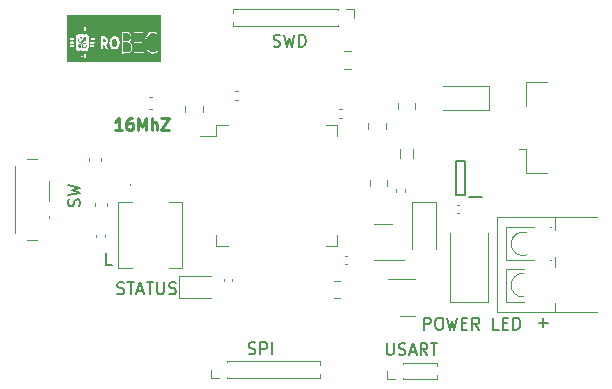
<source format=gbr>
%TF.GenerationSoftware,KiCad,Pcbnew,(6.0.0)*%
%TF.CreationDate,2022-11-12T11:45:22+03:00*%
%TF.ProjectId,RoBEC,526f4245-432e-46b6-9963-61645f706362,rev?*%
%TF.SameCoordinates,Original*%
%TF.FileFunction,Legend,Top*%
%TF.FilePolarity,Positive*%
%FSLAX46Y46*%
G04 Gerber Fmt 4.6, Leading zero omitted, Abs format (unit mm)*
G04 Created by KiCad (PCBNEW (6.0.0)) date 2022-11-12 11:45:22*
%MOMM*%
%LPD*%
G01*
G04 APERTURE LIST*
%ADD10C,0.150000*%
%ADD11C,0.250000*%
%ADD12C,0.120000*%
%ADD13C,0.200000*%
%ADD14C,0.100000*%
G04 APERTURE END LIST*
D10*
X175139047Y-112041428D02*
X175900952Y-112041428D01*
X175520000Y-112422380D02*
X175520000Y-111660476D01*
%TO.C,USART*%
X162291071Y-113757380D02*
X162291071Y-114566904D01*
X162338690Y-114662142D01*
X162386309Y-114709761D01*
X162481547Y-114757380D01*
X162672023Y-114757380D01*
X162767261Y-114709761D01*
X162814880Y-114662142D01*
X162862500Y-114566904D01*
X162862500Y-113757380D01*
X163291071Y-114709761D02*
X163433928Y-114757380D01*
X163672023Y-114757380D01*
X163767261Y-114709761D01*
X163814880Y-114662142D01*
X163862500Y-114566904D01*
X163862500Y-114471666D01*
X163814880Y-114376428D01*
X163767261Y-114328809D01*
X163672023Y-114281190D01*
X163481547Y-114233571D01*
X163386309Y-114185952D01*
X163338690Y-114138333D01*
X163291071Y-114043095D01*
X163291071Y-113947857D01*
X163338690Y-113852619D01*
X163386309Y-113805000D01*
X163481547Y-113757380D01*
X163719642Y-113757380D01*
X163862500Y-113805000D01*
X164243452Y-114471666D02*
X164719642Y-114471666D01*
X164148214Y-114757380D02*
X164481547Y-113757380D01*
X164814880Y-114757380D01*
X165719642Y-114757380D02*
X165386309Y-114281190D01*
X165148214Y-114757380D02*
X165148214Y-113757380D01*
X165529166Y-113757380D01*
X165624404Y-113805000D01*
X165672023Y-113852619D01*
X165719642Y-113947857D01*
X165719642Y-114090714D01*
X165672023Y-114185952D01*
X165624404Y-114233571D01*
X165529166Y-114281190D01*
X165148214Y-114281190D01*
X166005357Y-113757380D02*
X166576785Y-113757380D01*
X166291071Y-114757380D02*
X166291071Y-113757380D01*
%TO.C,POWER LED*%
X165442380Y-112612380D02*
X165442380Y-111612380D01*
X165823333Y-111612380D01*
X165918571Y-111660000D01*
X165966190Y-111707619D01*
X166013809Y-111802857D01*
X166013809Y-111945714D01*
X165966190Y-112040952D01*
X165918571Y-112088571D01*
X165823333Y-112136190D01*
X165442380Y-112136190D01*
X166632857Y-111612380D02*
X166823333Y-111612380D01*
X166918571Y-111660000D01*
X167013809Y-111755238D01*
X167061428Y-111945714D01*
X167061428Y-112279047D01*
X167013809Y-112469523D01*
X166918571Y-112564761D01*
X166823333Y-112612380D01*
X166632857Y-112612380D01*
X166537619Y-112564761D01*
X166442380Y-112469523D01*
X166394761Y-112279047D01*
X166394761Y-111945714D01*
X166442380Y-111755238D01*
X166537619Y-111660000D01*
X166632857Y-111612380D01*
X167394761Y-111612380D02*
X167632857Y-112612380D01*
X167823333Y-111898095D01*
X168013809Y-112612380D01*
X168251904Y-111612380D01*
X168632857Y-112088571D02*
X168966190Y-112088571D01*
X169109047Y-112612380D02*
X168632857Y-112612380D01*
X168632857Y-111612380D01*
X169109047Y-111612380D01*
X170109047Y-112612380D02*
X169775714Y-112136190D01*
X169537619Y-112612380D02*
X169537619Y-111612380D01*
X169918571Y-111612380D01*
X170013809Y-111660000D01*
X170061428Y-111707619D01*
X170109047Y-111802857D01*
X170109047Y-111945714D01*
X170061428Y-112040952D01*
X170013809Y-112088571D01*
X169918571Y-112136190D01*
X169537619Y-112136190D01*
X171775714Y-112612380D02*
X171299523Y-112612380D01*
X171299523Y-111612380D01*
X172109047Y-112088571D02*
X172442380Y-112088571D01*
X172585238Y-112612380D02*
X172109047Y-112612380D01*
X172109047Y-111612380D01*
X172585238Y-111612380D01*
X173013809Y-112612380D02*
X173013809Y-111612380D01*
X173251904Y-111612380D01*
X173394761Y-111660000D01*
X173490000Y-111755238D01*
X173537619Y-111850476D01*
X173585238Y-112040952D01*
X173585238Y-112183809D01*
X173537619Y-112374285D01*
X173490000Y-112469523D01*
X173394761Y-112564761D01*
X173251904Y-112612380D01*
X173013809Y-112612380D01*
%TO.C,SWD*%
X152705357Y-88609761D02*
X152848214Y-88657380D01*
X153086309Y-88657380D01*
X153181547Y-88609761D01*
X153229166Y-88562142D01*
X153276785Y-88466904D01*
X153276785Y-88371666D01*
X153229166Y-88276428D01*
X153181547Y-88228809D01*
X153086309Y-88181190D01*
X152895833Y-88133571D01*
X152800595Y-88085952D01*
X152752976Y-88038333D01*
X152705357Y-87943095D01*
X152705357Y-87847857D01*
X152752976Y-87752619D01*
X152800595Y-87705000D01*
X152895833Y-87657380D01*
X153133928Y-87657380D01*
X153276785Y-87705000D01*
X153610119Y-87657380D02*
X153848214Y-88657380D01*
X154038690Y-87943095D01*
X154229166Y-88657380D01*
X154467261Y-87657380D01*
X154848214Y-88657380D02*
X154848214Y-87657380D01*
X155086309Y-87657380D01*
X155229166Y-87705000D01*
X155324404Y-87800238D01*
X155372023Y-87895476D01*
X155419642Y-88085952D01*
X155419642Y-88228809D01*
X155372023Y-88419285D01*
X155324404Y-88514523D01*
X155229166Y-88609761D01*
X155086309Y-88657380D01*
X154848214Y-88657380D01*
%TO.C,SW*%
X136267261Y-102162142D02*
X136314880Y-102019285D01*
X136314880Y-101781190D01*
X136267261Y-101685952D01*
X136219642Y-101638333D01*
X136124404Y-101590714D01*
X136029166Y-101590714D01*
X135933928Y-101638333D01*
X135886309Y-101685952D01*
X135838690Y-101781190D01*
X135791071Y-101971666D01*
X135743452Y-102066904D01*
X135695833Y-102114523D01*
X135600595Y-102162142D01*
X135505357Y-102162142D01*
X135410119Y-102114523D01*
X135362500Y-102066904D01*
X135314880Y-101971666D01*
X135314880Y-101733571D01*
X135362500Y-101590714D01*
X135314880Y-101257380D02*
X136314880Y-101019285D01*
X135600595Y-100828809D01*
X136314880Y-100638333D01*
X135314880Y-100400238D01*
D11*
%TO.C,16MhZ*%
X139859523Y-95722380D02*
X139288095Y-95722380D01*
X139573809Y-95722380D02*
X139573809Y-94722380D01*
X139478571Y-94865238D01*
X139383333Y-94960476D01*
X139288095Y-95008095D01*
X140716666Y-94722380D02*
X140526190Y-94722380D01*
X140430952Y-94770000D01*
X140383333Y-94817619D01*
X140288095Y-94960476D01*
X140240476Y-95150952D01*
X140240476Y-95531904D01*
X140288095Y-95627142D01*
X140335714Y-95674761D01*
X140430952Y-95722380D01*
X140621428Y-95722380D01*
X140716666Y-95674761D01*
X140764285Y-95627142D01*
X140811904Y-95531904D01*
X140811904Y-95293809D01*
X140764285Y-95198571D01*
X140716666Y-95150952D01*
X140621428Y-95103333D01*
X140430952Y-95103333D01*
X140335714Y-95150952D01*
X140288095Y-95198571D01*
X140240476Y-95293809D01*
X141240476Y-95722380D02*
X141240476Y-94722380D01*
X141573809Y-95436666D01*
X141907142Y-94722380D01*
X141907142Y-95722380D01*
X142383333Y-95722380D02*
X142383333Y-94722380D01*
X142811904Y-95722380D02*
X142811904Y-95198571D01*
X142764285Y-95103333D01*
X142669047Y-95055714D01*
X142526190Y-95055714D01*
X142430952Y-95103333D01*
X142383333Y-95150952D01*
X143192857Y-94722380D02*
X143859523Y-94722380D01*
X143192857Y-95722380D01*
X143859523Y-95722380D01*
D10*
%TO.C,L*%
X139009523Y-107132380D02*
X138533333Y-107132380D01*
X138533333Y-106132380D01*
%TO.C,STATUS*%
X139473809Y-109564761D02*
X139616666Y-109612380D01*
X139854761Y-109612380D01*
X139950000Y-109564761D01*
X139997619Y-109517142D01*
X140045238Y-109421904D01*
X140045238Y-109326666D01*
X139997619Y-109231428D01*
X139950000Y-109183809D01*
X139854761Y-109136190D01*
X139664285Y-109088571D01*
X139569047Y-109040952D01*
X139521428Y-108993333D01*
X139473809Y-108898095D01*
X139473809Y-108802857D01*
X139521428Y-108707619D01*
X139569047Y-108660000D01*
X139664285Y-108612380D01*
X139902380Y-108612380D01*
X140045238Y-108660000D01*
X140330952Y-108612380D02*
X140902380Y-108612380D01*
X140616666Y-109612380D02*
X140616666Y-108612380D01*
X141188095Y-109326666D02*
X141664285Y-109326666D01*
X141092857Y-109612380D02*
X141426190Y-108612380D01*
X141759523Y-109612380D01*
X141950000Y-108612380D02*
X142521428Y-108612380D01*
X142235714Y-109612380D02*
X142235714Y-108612380D01*
X142854761Y-108612380D02*
X142854761Y-109421904D01*
X142902380Y-109517142D01*
X142950000Y-109564761D01*
X143045238Y-109612380D01*
X143235714Y-109612380D01*
X143330952Y-109564761D01*
X143378571Y-109517142D01*
X143426190Y-109421904D01*
X143426190Y-108612380D01*
X143854761Y-109564761D02*
X143997619Y-109612380D01*
X144235714Y-109612380D01*
X144330952Y-109564761D01*
X144378571Y-109517142D01*
X144426190Y-109421904D01*
X144426190Y-109326666D01*
X144378571Y-109231428D01*
X144330952Y-109183809D01*
X144235714Y-109136190D01*
X144045238Y-109088571D01*
X143950000Y-109040952D01*
X143902380Y-108993333D01*
X143854761Y-108898095D01*
X143854761Y-108802857D01*
X143902380Y-108707619D01*
X143950000Y-108660000D01*
X144045238Y-108612380D01*
X144283333Y-108612380D01*
X144426190Y-108660000D01*
%TO.C,SPI*%
X150578690Y-114659761D02*
X150721547Y-114707380D01*
X150959642Y-114707380D01*
X151054880Y-114659761D01*
X151102500Y-114612142D01*
X151150119Y-114516904D01*
X151150119Y-114421666D01*
X151102500Y-114326428D01*
X151054880Y-114278809D01*
X150959642Y-114231190D01*
X150769166Y-114183571D01*
X150673928Y-114135952D01*
X150626309Y-114088333D01*
X150578690Y-113993095D01*
X150578690Y-113897857D01*
X150626309Y-113802619D01*
X150673928Y-113755000D01*
X150769166Y-113707380D01*
X151007261Y-113707380D01*
X151150119Y-113755000D01*
X151578690Y-114707380D02*
X151578690Y-113707380D01*
X151959642Y-113707380D01*
X152054880Y-113755000D01*
X152102500Y-113802619D01*
X152150119Y-113897857D01*
X152150119Y-114040714D01*
X152102500Y-114135952D01*
X152054880Y-114183571D01*
X151959642Y-114231190D01*
X151578690Y-114231190D01*
X152578690Y-114707380D02*
X152578690Y-113707380D01*
D12*
%TO.C,USART*%
X163647500Y-116800000D02*
X163647500Y-116713276D01*
X163647500Y-115496724D02*
X163647500Y-115410000D01*
X166522500Y-116800000D02*
X166522500Y-116499493D01*
X162962500Y-116800000D02*
X162277500Y-116800000D01*
X163647500Y-116800000D02*
X166522500Y-116800000D01*
X163647500Y-115410000D02*
X166522500Y-115410000D01*
X162277500Y-116800000D02*
X162277500Y-116105000D01*
X166522500Y-115710507D02*
X166522500Y-115410000D01*
%TO.C,C9*%
X158470336Y-94665000D02*
X158254664Y-94665000D01*
X158470336Y-93945000D02*
X158254664Y-93945000D01*
%TO.C,Q1*%
X164062500Y-108345000D02*
X164712500Y-108345000D01*
X164062500Y-108345000D02*
X162387500Y-108345000D01*
X164062500Y-111465000D02*
X164712500Y-111465000D01*
X164062500Y-111465000D02*
X163412500Y-111465000D01*
%TO.C,POWER LED*%
X170847500Y-110265000D02*
X170847500Y-104405000D01*
X167677500Y-110265000D02*
X170847500Y-110265000D01*
X167677500Y-104405000D02*
X167677500Y-110265000D01*
%TO.C,C10*%
X158701248Y-89070000D02*
X159223752Y-89070000D01*
X158701248Y-90540000D02*
X159223752Y-90540000D01*
%TO.C,C8*%
X163227500Y-93966252D02*
X163227500Y-93443748D01*
X164697500Y-93966252D02*
X164697500Y-93443748D01*
%TO.C,SWD*%
X158177500Y-85510000D02*
X158177500Y-85596724D01*
X158177500Y-85510000D02*
X149302500Y-85510000D01*
X158177500Y-86813276D02*
X158177500Y-86900000D01*
X158177500Y-86900000D02*
X149302500Y-86900000D01*
X149302500Y-86599493D02*
X149302500Y-86900000D01*
X149302500Y-85510000D02*
X149302500Y-85810507D01*
X158862500Y-85510000D02*
X159547500Y-85510000D01*
X159547500Y-85510000D02*
X159547500Y-86205000D01*
%TO.C,J1*%
X176508500Y-111165000D02*
X176508500Y-110395000D01*
X172407500Y-103955000D02*
X174718500Y-103955000D01*
X176508500Y-104221000D02*
X176508500Y-103045000D01*
X172407500Y-110255000D02*
X172407500Y-107455000D01*
X172407500Y-106755000D02*
X172407500Y-103955000D01*
X176096500Y-106755000D02*
X176157500Y-106755000D01*
X176508500Y-107315000D02*
X176508500Y-106488000D01*
X172407500Y-107455000D02*
X173867500Y-107455000D01*
X171647500Y-103045000D02*
X180067500Y-103045000D01*
X172407500Y-110255000D02*
X173867500Y-110255000D01*
X171647500Y-111165000D02*
X171647500Y-103045000D01*
X171647500Y-111165000D02*
X180067500Y-111165000D01*
X176157500Y-103955000D02*
X176157500Y-103955000D01*
X176157500Y-106755000D02*
X176157500Y-106754000D01*
X176096500Y-103955000D02*
X176157500Y-103955000D01*
X172407500Y-106755000D02*
X174718500Y-106755000D01*
X173876500Y-107857000D02*
G75*
G03*
X173878066Y-109852890I-69000J-998000D01*
G01*
X174149500Y-104415000D02*
G75*
G03*
X174149733Y-106294915I-342000J-940000D01*
G01*
%TO.C,C6*%
X158734664Y-107065000D02*
X158950336Y-107065000D01*
X158734664Y-106345000D02*
X158950336Y-106345000D01*
%TO.C,J2*%
X175812500Y-99365000D02*
X174102500Y-99365000D01*
X175812500Y-91645000D02*
X174102500Y-91645000D01*
X174102500Y-99365000D02*
X174102500Y-97305000D01*
X174102500Y-97305000D02*
X173512500Y-97305000D01*
X174102500Y-91645000D02*
X174102500Y-93705000D01*
%TO.C,C14*%
X163822500Y-100717164D02*
X163822500Y-100932836D01*
X163102500Y-100717164D02*
X163102500Y-100932836D01*
D13*
%TO.C,U2*%
X168882500Y-101255000D02*
X168132500Y-101255000D01*
X170382500Y-101405000D02*
X169232500Y-101405000D01*
X168882500Y-98355000D02*
X168882500Y-101255000D01*
X168132500Y-101255000D02*
X168132500Y-98355000D01*
X168132500Y-98355000D02*
X168882500Y-98355000D01*
D12*
%TO.C,SW*%
X130832500Y-98755000D02*
X130832500Y-104455000D01*
X133682500Y-100005000D02*
X133682500Y-101705000D01*
X133682500Y-103005000D02*
X133682500Y-103205000D01*
X131842500Y-105055000D02*
X132632500Y-105055000D01*
X132632500Y-98155000D02*
X131842500Y-98155000D01*
%TO.C,G\u002A\u002A\u002A*%
G36*
X136718671Y-87846835D02*
G01*
X136754395Y-87856303D01*
X136803530Y-87872616D01*
X136829038Y-87894094D01*
X136841197Y-87934695D01*
X136847336Y-87982544D01*
X136852353Y-88050015D01*
X136844285Y-88095056D01*
X136817848Y-88139539D01*
X136805345Y-88156308D01*
X136769142Y-88199772D01*
X136740174Y-88215484D01*
X136702581Y-88209516D01*
X136683306Y-88203028D01*
X136615001Y-88179035D01*
X136510900Y-88317597D01*
X136460685Y-88385544D01*
X136430850Y-88431886D01*
X136417263Y-88467076D01*
X136415791Y-88501568D01*
X136421810Y-88542973D01*
X136428655Y-88601451D01*
X136420840Y-88644931D01*
X136393668Y-88694295D01*
X136384750Y-88707834D01*
X136351416Y-88754111D01*
X136327168Y-88781132D01*
X136321509Y-88784134D01*
X136299295Y-88777002D01*
X136257374Y-88761307D01*
X136241657Y-88755141D01*
X136194438Y-88729958D01*
X136168319Y-88692017D01*
X136153001Y-88637506D01*
X136142350Y-88578908D01*
X136146287Y-88539164D01*
X136168991Y-88497639D01*
X136186322Y-88473044D01*
X136223013Y-88427317D01*
X136255236Y-88408619D01*
X136299587Y-88409291D01*
X136318174Y-88412198D01*
X136357848Y-88417390D01*
X136387388Y-88412951D01*
X136415614Y-88392948D01*
X136451350Y-88351444D01*
X136495824Y-88292678D01*
X136544381Y-88226658D01*
X136572668Y-88182128D01*
X136584665Y-88148174D01*
X136584348Y-88113883D01*
X136576390Y-88071645D01*
X136566871Y-88015365D01*
X136571338Y-87976678D01*
X136594362Y-87936502D01*
X136615532Y-87908236D01*
X136652438Y-87863442D01*
X136681627Y-87844916D01*
X136718671Y-87846835D01*
G37*
G36*
X140251560Y-88288164D02*
G01*
X140340376Y-88296316D01*
X140407147Y-88310818D01*
X140438512Y-88322573D01*
X140529599Y-88383335D01*
X140599434Y-88469711D01*
X140646280Y-88573883D01*
X140668402Y-88688036D01*
X140664063Y-88804353D01*
X140631528Y-88915016D01*
X140586866Y-88990543D01*
X140542623Y-89039822D01*
X140491632Y-89076223D01*
X140428200Y-89101442D01*
X140346635Y-89117170D01*
X140241246Y-89125100D01*
X140128129Y-89126974D01*
X139912993Y-89126974D01*
X139912993Y-88285613D01*
X140134541Y-88285613D01*
X140251560Y-88288164D01*
G37*
G36*
X138388666Y-88019880D02*
G01*
X138431723Y-88044024D01*
X138444286Y-88058218D01*
X138473430Y-88121918D01*
X138474615Y-88189804D01*
X138448606Y-88245582D01*
X138418053Y-88265528D01*
X138369878Y-88282672D01*
X138316707Y-88294263D01*
X138271164Y-88297553D01*
X138245875Y-88289792D01*
X138245834Y-88289739D01*
X138241043Y-88262408D01*
X138237814Y-88203734D01*
X138236939Y-88145386D01*
X138236939Y-88012739D01*
X138323333Y-88012739D01*
X138388666Y-88019880D01*
G37*
G36*
X139310546Y-88013137D02*
G01*
X139330600Y-88023622D01*
X139398870Y-88083250D01*
X139445863Y-88168783D01*
X139470887Y-88269984D01*
X139473249Y-88376616D01*
X139452256Y-88478442D01*
X139407217Y-88565225D01*
X139369889Y-88604561D01*
X139287095Y-88648580D01*
X139200102Y-88650509D01*
X139192032Y-88648433D01*
X139106849Y-88605303D01*
X139045247Y-88532515D01*
X139021686Y-88477860D01*
X138998561Y-88356921D01*
X139004404Y-88241212D01*
X139037137Y-88139478D01*
X139094683Y-88060462D01*
X139126824Y-88035465D01*
X139193979Y-88000211D01*
X139250045Y-87993069D01*
X139310546Y-88013137D01*
G37*
G36*
X143178708Y-85988926D02*
G01*
X143178708Y-89991074D01*
X135178572Y-89991074D01*
X135178572Y-89422470D01*
X136212372Y-89422470D01*
X136212455Y-89520589D01*
X136218617Y-89632184D01*
X136235741Y-89706314D01*
X136262619Y-89741023D01*
X136298043Y-89734355D01*
X136326385Y-89705206D01*
X136341788Y-89669599D01*
X136350455Y-89607383D01*
X136353497Y-89509891D01*
X136353537Y-89493527D01*
X136351967Y-89442901D01*
X136434711Y-89442901D01*
X136439126Y-89564768D01*
X136454168Y-89648590D01*
X136478954Y-89692727D01*
X136512607Y-89695538D01*
X136551011Y-89659727D01*
X136566878Y-89614826D01*
X136576512Y-89539879D01*
X136579913Y-89449574D01*
X136578861Y-89415772D01*
X136647544Y-89415772D01*
X136648669Y-89511993D01*
X136653314Y-89572627D01*
X136662880Y-89607479D01*
X136677517Y-89625421D01*
X136721621Y-89647572D01*
X136759608Y-89634651D01*
X136764598Y-89630679D01*
X136775735Y-89606014D01*
X136781697Y-89551198D01*
X136782929Y-89460251D01*
X136781877Y-89397947D01*
X136778325Y-89246023D01*
X139843482Y-89246023D01*
X140124462Y-89235549D01*
X140237206Y-89230436D01*
X140322368Y-89223970D01*
X140386923Y-89215048D01*
X140437846Y-89202569D01*
X140482113Y-89185430D01*
X140501611Y-89175959D01*
X140598321Y-89110426D01*
X140667225Y-89024246D01*
X140713336Y-88911007D01*
X140715791Y-88902083D01*
X140725435Y-88841020D01*
X140918032Y-88841020D01*
X140918395Y-88981002D01*
X140919124Y-89091862D01*
X140920202Y-89168541D01*
X140921616Y-89205983D01*
X140921993Y-89208531D01*
X140939904Y-89217710D01*
X140988271Y-89224509D01*
X141068136Y-89228988D01*
X141180540Y-89231209D01*
X141310880Y-89231325D01*
X141692531Y-89229302D01*
X141692721Y-89126974D01*
X140984286Y-89126974D01*
X140984286Y-88751772D01*
X140984958Y-88604425D01*
X140987155Y-88497749D01*
X140991151Y-88426968D01*
X140997218Y-88387303D01*
X141005631Y-88373978D01*
X141005884Y-88373940D01*
X141030103Y-88373313D01*
X141082153Y-88373365D01*
X141155314Y-88374044D01*
X141242864Y-88375301D01*
X141282347Y-88375990D01*
X141537211Y-88380671D01*
X141537211Y-88262874D01*
X140984286Y-88262874D01*
X140984286Y-88225245D01*
X141787129Y-88225245D01*
X141788168Y-88405329D01*
X141791528Y-88434900D01*
X141828159Y-88615538D01*
X141887373Y-88785702D01*
X141963892Y-88931296D01*
X141992750Y-88972482D01*
X142076941Y-89064533D01*
X142176229Y-89143530D01*
X142281545Y-89204390D01*
X142383819Y-89242031D01*
X142473983Y-89251371D01*
X142487551Y-89249763D01*
X142531641Y-89242976D01*
X142590319Y-89234208D01*
X142611176Y-89231145D01*
X142679447Y-89211862D01*
X142756580Y-89176119D01*
X142830629Y-89130841D01*
X142889650Y-89082954D01*
X142912449Y-89056480D01*
X142931917Y-89017073D01*
X142924138Y-88987584D01*
X142922609Y-88985502D01*
X142901342Y-88973958D01*
X142867597Y-88988049D01*
X142837487Y-89010083D01*
X142758105Y-89069576D01*
X142693461Y-89107153D01*
X142630391Y-89127730D01*
X142555727Y-89136220D01*
X142495932Y-89137579D01*
X142416874Y-89136373D01*
X142359448Y-89129491D01*
X142310764Y-89113421D01*
X142257936Y-89084652D01*
X142224915Y-89063745D01*
X142103864Y-88961483D01*
X141999140Y-88825622D01*
X141918409Y-88666587D01*
X141903653Y-88626705D01*
X141868203Y-88473409D01*
X141858632Y-88303817D01*
X141875027Y-88131897D01*
X141900034Y-88024198D01*
X141955298Y-87888080D01*
X142035595Y-87757306D01*
X142131860Y-87644601D01*
X142223889Y-87569627D01*
X142351232Y-87511213D01*
X142486560Y-87491107D01*
X142621736Y-87508798D01*
X142748621Y-87563777D01*
X142807846Y-87606281D01*
X142859530Y-87645087D01*
X142892283Y-87657324D01*
X142911562Y-87648167D01*
X142927691Y-87614544D01*
X142914899Y-87577074D01*
X142871456Y-87532521D01*
X142834627Y-87504368D01*
X142687534Y-87422749D01*
X142538516Y-87385656D01*
X142390467Y-87392799D01*
X142246280Y-87443888D01*
X142108846Y-87538633D01*
X142063145Y-87581778D01*
X141957349Y-87714676D01*
X141874336Y-87871700D01*
X141816724Y-88044629D01*
X141787129Y-88225245D01*
X140984286Y-88225245D01*
X140984286Y-87512471D01*
X141675442Y-87512471D01*
X141675442Y-87397886D01*
X141299626Y-87404015D01*
X140923810Y-87410143D01*
X140919283Y-88296928D01*
X140918461Y-88493925D01*
X140918049Y-88676975D01*
X140918032Y-88841020D01*
X140725435Y-88841020D01*
X140738370Y-88759124D01*
X140731844Y-88618819D01*
X140698672Y-88489368D01*
X140641308Y-88378973D01*
X140562212Y-88295834D01*
X140527436Y-88273350D01*
X140463036Y-88237939D01*
X140534922Y-88169408D01*
X140601961Y-88084464D01*
X140641350Y-87980474D01*
X140655799Y-87849855D01*
X140655986Y-87830425D01*
X140645327Y-87708539D01*
X140610015Y-87608793D01*
X140558175Y-87531596D01*
X140507225Y-87482021D01*
X140443220Y-87445995D01*
X140361175Y-87422179D01*
X140256106Y-87409235D01*
X140123028Y-87405821D01*
X140091384Y-87406185D01*
X139852517Y-87410143D01*
X139848000Y-88328083D01*
X139843482Y-89246023D01*
X136778325Y-89246023D01*
X136776871Y-89183823D01*
X136726909Y-89176317D01*
X136684948Y-89180448D01*
X136662378Y-89199056D01*
X136655544Y-89234890D01*
X136650357Y-89303142D01*
X136647707Y-89390761D01*
X136647544Y-89415772D01*
X136578861Y-89415772D01*
X136577081Y-89358599D01*
X136568015Y-89281642D01*
X136552717Y-89233390D01*
X136551011Y-89230926D01*
X136510208Y-89194126D01*
X136477569Y-89200605D01*
X136453697Y-89249264D01*
X136439193Y-89339007D01*
X136434711Y-89442901D01*
X136351967Y-89442901D01*
X136349876Y-89375471D01*
X136337777Y-89297590D01*
X136315571Y-89255464D01*
X136281586Y-89244670D01*
X136261192Y-89249121D01*
X136239855Y-89257235D01*
X136225800Y-89270298D01*
X136217531Y-89296640D01*
X136213554Y-89344587D01*
X136212372Y-89422470D01*
X135178572Y-89422470D01*
X135178572Y-88588848D01*
X135420476Y-88588848D01*
X135426132Y-88637217D01*
X135446758Y-88668742D01*
X135487846Y-88686631D01*
X135554885Y-88694096D01*
X135601905Y-88694924D01*
X135680327Y-88691425D01*
X135736180Y-88681619D01*
X135762599Y-88667636D01*
X135781552Y-88616441D01*
X135777600Y-88558689D01*
X135752507Y-88515770D01*
X135749912Y-88513808D01*
X135715728Y-88501572D01*
X135659829Y-88493060D01*
X135601905Y-88490268D01*
X135515318Y-88495876D01*
X135458684Y-88514025D01*
X135428340Y-88546706D01*
X135420476Y-88588848D01*
X135178572Y-88588848D01*
X135178572Y-88295861D01*
X135457871Y-88295861D01*
X135464405Y-88363761D01*
X135482773Y-88392504D01*
X135516769Y-88408024D01*
X135573314Y-88418001D01*
X135640599Y-88421794D01*
X135706814Y-88418761D01*
X135760153Y-88408262D01*
X135761924Y-88407653D01*
X135787972Y-88383385D01*
X135939266Y-88383385D01*
X135939720Y-88549878D01*
X135942178Y-88677696D01*
X135947722Y-88773627D01*
X135957436Y-88844457D01*
X135972403Y-88896975D01*
X135993707Y-88937968D01*
X136022431Y-88974225D01*
X136035863Y-88988529D01*
X136079785Y-89020366D01*
X136138423Y-89034393D01*
X136178325Y-89036016D01*
X136223860Y-89034929D01*
X136257634Y-89027666D01*
X136288044Y-89008219D01*
X136323481Y-88970583D01*
X136372340Y-88908751D01*
X136391981Y-88883134D01*
X136450592Y-88803766D01*
X136486671Y-88743737D01*
X136503490Y-88692133D01*
X136504318Y-88638036D01*
X136492426Y-88570531D01*
X136489514Y-88557550D01*
X136479840Y-88507341D01*
X136480718Y-88492662D01*
X136530436Y-88492662D01*
X136531102Y-88539457D01*
X136544064Y-88607504D01*
X136561110Y-88659992D01*
X136590847Y-88695650D01*
X136641122Y-88721045D01*
X136700046Y-88738052D01*
X136716620Y-88724585D01*
X136747819Y-88687737D01*
X136766261Y-88663490D01*
X136800527Y-88612775D01*
X136814338Y-88572090D01*
X136812653Y-88520649D01*
X136808108Y-88488099D01*
X136796053Y-88426113D01*
X136776826Y-88391723D01*
X136739341Y-88369441D01*
X136716730Y-88360442D01*
X136668620Y-88344309D01*
X136637822Y-88346579D01*
X136608597Y-88372372D01*
X136583239Y-88403857D01*
X136546635Y-88453595D01*
X136530436Y-88492662D01*
X136480718Y-88492662D01*
X136482008Y-88471115D01*
X136500291Y-88433733D01*
X136538962Y-88380055D01*
X136539996Y-88378681D01*
X136586564Y-88322163D01*
X136626032Y-88294193D01*
X136670506Y-88291200D01*
X136732091Y-88309613D01*
X136750309Y-88316642D01*
X136795385Y-88337131D01*
X136821481Y-88362543D01*
X136837861Y-88406846D01*
X136850733Y-88468080D01*
X136874047Y-88589179D01*
X136797552Y-88689848D01*
X136721058Y-88790516D01*
X136622610Y-88761522D01*
X136524163Y-88732528D01*
X136421571Y-88870931D01*
X136374949Y-88935509D01*
X136339402Y-88987947D01*
X136320577Y-89019788D01*
X136318980Y-89024631D01*
X136335300Y-89029292D01*
X136380461Y-89032456D01*
X136448756Y-89033969D01*
X136534484Y-89033677D01*
X136602862Y-89032288D01*
X136721022Y-89027961D01*
X136810170Y-89020700D01*
X136875849Y-89008219D01*
X136923602Y-88988232D01*
X136958970Y-88958455D01*
X136987497Y-88916601D01*
X137013595Y-88862931D01*
X137024488Y-88815795D01*
X137034039Y-88731816D01*
X137041911Y-88621831D01*
X137153413Y-88621831D01*
X137175520Y-88659190D01*
X137209857Y-88680278D01*
X137266991Y-88692982D01*
X137335760Y-88697327D01*
X137405000Y-88693341D01*
X137463547Y-88681050D01*
X137500237Y-88660479D01*
X137501937Y-88658418D01*
X137519196Y-88607797D01*
X137515341Y-88573198D01*
X138049370Y-88573198D01*
X138049934Y-88689777D01*
X138051231Y-88778597D01*
X138053213Y-88832448D01*
X138054332Y-88843438D01*
X138063197Y-88870057D01*
X138082906Y-88881586D01*
X138122761Y-88881226D01*
X138153452Y-88877548D01*
X138243994Y-88865470D01*
X138245578Y-88524378D01*
X138297415Y-88518945D01*
X138323285Y-88519585D01*
X138345430Y-88532430D01*
X138369406Y-88564565D01*
X138400774Y-88623076D01*
X138435646Y-88695152D01*
X138522041Y-88876791D01*
X138612755Y-88876815D01*
X138673080Y-88871933D01*
X138700765Y-88857010D01*
X138702959Y-88848415D01*
X138693677Y-88817727D01*
X138669297Y-88759841D01*
X138634281Y-88685050D01*
X138616907Y-88649940D01*
X138531365Y-88479888D01*
X138573886Y-88433915D01*
X138626004Y-88350482D01*
X138629048Y-88340170D01*
X138807522Y-88340170D01*
X138823247Y-88500819D01*
X138868721Y-88639099D01*
X138942797Y-88753020D01*
X139044328Y-88840589D01*
X139118051Y-88879696D01*
X139181083Y-88892720D01*
X139261803Y-88890416D01*
X139345943Y-88874755D01*
X139419230Y-88847705D01*
X139440795Y-88835166D01*
X139534362Y-88749214D01*
X139603863Y-88638099D01*
X139649046Y-88509407D01*
X139669662Y-88370723D01*
X139665458Y-88229632D01*
X139636185Y-88093722D01*
X139581591Y-87970576D01*
X139501426Y-87867780D01*
X139473607Y-87843061D01*
X139418438Y-87803629D01*
X139364708Y-87780732D01*
X139297560Y-87768959D01*
X139262139Y-87766054D01*
X139188947Y-87763801D01*
X139135066Y-87771063D01*
X139085550Y-87791358D01*
X139040878Y-87818155D01*
X138940362Y-87903902D01*
X138868470Y-88014024D01*
X138824496Y-88150100D01*
X138807735Y-88313706D01*
X138807522Y-88340170D01*
X138629048Y-88340170D01*
X138657773Y-88242876D01*
X138666416Y-88126085D01*
X138650573Y-88019904D01*
X138607796Y-87918810D01*
X138543699Y-87844249D01*
X138455975Y-87794917D01*
X138342317Y-87769511D01*
X138202381Y-87766627D01*
X138055510Y-87773975D01*
X138050632Y-88285613D01*
X138049587Y-88436073D01*
X138049370Y-88573198D01*
X137515341Y-88573198D01*
X137512687Y-88549384D01*
X137487297Y-88507671D01*
X137461422Y-88499392D01*
X137411437Y-88493306D01*
X137347783Y-88490644D01*
X137342755Y-88490617D01*
X137272416Y-88492821D01*
X137226984Y-88501704D01*
X137196942Y-88519952D01*
X137182925Y-88535747D01*
X137153937Y-88583453D01*
X137153413Y-88621831D01*
X137041911Y-88621831D01*
X137042070Y-88619603D01*
X137048402Y-88487767D01*
X137052857Y-88344917D01*
X137053601Y-88299871D01*
X137187467Y-88299871D01*
X137194149Y-88355911D01*
X137217040Y-88397908D01*
X137230454Y-88406369D01*
X137275225Y-88414118D01*
X137338865Y-88416476D01*
X137407948Y-88413927D01*
X137469043Y-88406952D01*
X137508000Y-88396400D01*
X137535953Y-88372774D01*
X137543773Y-88330295D01*
X137542558Y-88302682D01*
X137537143Y-88228764D01*
X137379938Y-88222272D01*
X137300101Y-88220689D01*
X137247900Y-88224570D01*
X137216577Y-88234976D01*
X137200900Y-88250401D01*
X137187467Y-88299871D01*
X137053601Y-88299871D01*
X137055255Y-88199664D01*
X137055417Y-88060617D01*
X137054310Y-87999539D01*
X137219530Y-87999539D01*
X137222515Y-88057316D01*
X137245801Y-88100318D01*
X137247721Y-88101876D01*
X137284215Y-88115389D01*
X137342780Y-88123114D01*
X137411209Y-88125009D01*
X137477291Y-88121031D01*
X137528820Y-88111140D01*
X137546918Y-88102897D01*
X137573477Y-88061885D01*
X137579022Y-88004490D01*
X137561789Y-87952100D01*
X137559606Y-87949069D01*
X137530434Y-87934297D01*
X137472970Y-87924861D01*
X137398912Y-87921781D01*
X137320489Y-87925280D01*
X137264636Y-87935086D01*
X137238218Y-87949069D01*
X137219530Y-87999539D01*
X137054310Y-87999539D01*
X137053165Y-87936387D01*
X137048320Y-87835582D01*
X137040703Y-87766814D01*
X137036720Y-87749825D01*
X136991068Y-87660078D01*
X136922273Y-87603490D01*
X136831620Y-87581050D01*
X136816937Y-87580689D01*
X136773499Y-87581851D01*
X136740821Y-87589329D01*
X136710862Y-87609117D01*
X136675586Y-87647204D01*
X136626954Y-87709584D01*
X136604985Y-87738668D01*
X136485862Y-87896647D01*
X136507772Y-88025487D01*
X136529681Y-88154327D01*
X136385363Y-88347847D01*
X136282909Y-88313883D01*
X136180456Y-88279919D01*
X136152812Y-88154776D01*
X136126678Y-88036471D01*
X136188018Y-88036471D01*
X136189889Y-88082474D01*
X136199079Y-88133882D01*
X136215483Y-88201907D01*
X136236543Y-88239082D01*
X136270675Y-88259768D01*
X136273524Y-88260876D01*
X136332354Y-88279154D01*
X136372467Y-88276225D01*
X136407007Y-88248492D01*
X136431011Y-88217782D01*
X136460524Y-88172805D01*
X136472160Y-88133670D01*
X136469736Y-88080363D01*
X136464482Y-88042386D01*
X136452542Y-87976396D01*
X136435150Y-87940013D01*
X136401814Y-87917849D01*
X136371159Y-87905490D01*
X136323077Y-87889300D01*
X136292463Y-87891177D01*
X136263968Y-87916393D01*
X136236238Y-87951842D01*
X136202103Y-87999612D01*
X136188018Y-88036471D01*
X136126678Y-88036471D01*
X136125168Y-88029634D01*
X136202464Y-87927911D01*
X136279759Y-87826189D01*
X136377973Y-87855114D01*
X136476186Y-87884039D01*
X136579012Y-87750131D01*
X136626110Y-87686809D01*
X136661860Y-87634962D01*
X136680455Y-87603159D01*
X136681837Y-87598456D01*
X136665537Y-87592376D01*
X136620547Y-87587192D01*
X136552733Y-87583292D01*
X136467961Y-87581063D01*
X136413156Y-87580689D01*
X136298404Y-87581802D01*
X136212143Y-87586323D01*
X136148326Y-87596024D01*
X136100907Y-87612678D01*
X136063842Y-87638057D01*
X136031085Y-87673934D01*
X136013333Y-87697911D01*
X135989427Y-87740749D01*
X135970997Y-87797370D01*
X135957426Y-87873483D01*
X135948095Y-87974801D01*
X135942389Y-88107034D01*
X135939690Y-88275896D01*
X135939266Y-88383385D01*
X135787972Y-88383385D01*
X135796917Y-88375051D01*
X135813494Y-88320583D01*
X135806837Y-88264194D01*
X135799917Y-88250401D01*
X135781389Y-88233364D01*
X135747939Y-88223788D01*
X135692809Y-88220612D01*
X135620878Y-88222272D01*
X135463674Y-88228764D01*
X135457871Y-88295861D01*
X135178572Y-88295861D01*
X135178572Y-88028830D01*
X135478315Y-88028830D01*
X135490753Y-88082335D01*
X135520642Y-88110968D01*
X135566648Y-88119861D01*
X135629301Y-88123450D01*
X135696534Y-88122083D01*
X135756281Y-88116105D01*
X135796475Y-88105864D01*
X135801748Y-88102897D01*
X135826279Y-88065767D01*
X135835282Y-88012387D01*
X135828057Y-87962031D01*
X135807839Y-87935584D01*
X135778186Y-87928998D01*
X135724571Y-87924121D01*
X135657585Y-87921846D01*
X135644297Y-87921781D01*
X135574399Y-87923170D01*
X135530973Y-87928939D01*
X135505963Y-87941498D01*
X135491315Y-87963251D01*
X135489243Y-87968119D01*
X135478315Y-88028830D01*
X135178572Y-88028830D01*
X135178572Y-87202131D01*
X136215306Y-87202131D01*
X136216470Y-87296166D01*
X136219592Y-87372293D01*
X136224115Y-87419564D01*
X136226825Y-87429093D01*
X136257561Y-87443453D01*
X136299323Y-87438753D01*
X136332602Y-87417227D01*
X136332803Y-87416965D01*
X136344071Y-87378854D01*
X136351301Y-87304994D01*
X136353537Y-87216656D01*
X136351097Y-87140689D01*
X136439875Y-87140689D01*
X136440500Y-87231891D01*
X136444902Y-87314073D01*
X136453081Y-87373680D01*
X136460667Y-87394225D01*
X136498371Y-87419962D01*
X136538427Y-87400477D01*
X136551011Y-87385779D01*
X136566878Y-87340878D01*
X136576512Y-87265931D01*
X136577931Y-87228250D01*
X136650477Y-87228250D01*
X136657156Y-87306835D01*
X136672501Y-87353170D01*
X136698072Y-87373573D01*
X136716395Y-87376034D01*
X136753227Y-87359635D01*
X136766813Y-87344173D01*
X136777386Y-87301434D01*
X136782403Y-87218262D01*
X136781888Y-87111094D01*
X136776871Y-86909874D01*
X136655918Y-86909874D01*
X136650901Y-87111094D01*
X136650477Y-87228250D01*
X136577931Y-87228250D01*
X136579913Y-87175626D01*
X136577081Y-87084651D01*
X136568015Y-87007694D01*
X136552717Y-86959442D01*
X136551011Y-86956978D01*
X136510132Y-86923894D01*
X136471783Y-86936050D01*
X136460667Y-86948532D01*
X136449959Y-86985453D01*
X136443028Y-87054024D01*
X136439875Y-87140689D01*
X136351097Y-87140689D01*
X136349766Y-87099270D01*
X136337345Y-87022079D01*
X136314612Y-86980737D01*
X136279905Y-86970900D01*
X136261192Y-86975173D01*
X136239761Y-86983854D01*
X136226323Y-86998839D01*
X136219013Y-87029354D01*
X136215964Y-87084625D01*
X136215313Y-87173876D01*
X136215306Y-87202131D01*
X135178572Y-87202131D01*
X135178572Y-85988926D01*
X143178708Y-85988926D01*
G37*
G36*
X140248793Y-87513333D02*
G01*
X140321018Y-87516677D01*
X140373533Y-87523643D01*
X140413755Y-87535369D01*
X140449103Y-87552992D01*
X140460934Y-87560278D01*
X140528338Y-87619508D01*
X140570182Y-87698471D01*
X140589002Y-87803940D01*
X140589558Y-87903936D01*
X140570645Y-87980678D01*
X140525499Y-88055954D01*
X140461830Y-88119755D01*
X140392040Y-88160301D01*
X140344627Y-88172878D01*
X140277778Y-88183043D01*
X140199618Y-88190461D01*
X140118276Y-88194798D01*
X140041880Y-88195721D01*
X139978556Y-88192897D01*
X139936432Y-88185991D01*
X139924513Y-88179495D01*
X139920398Y-88152466D01*
X139916933Y-88088507D01*
X139914406Y-87996164D01*
X139913106Y-87883986D01*
X139912993Y-87838403D01*
X139912993Y-87512471D01*
X140149443Y-87512471D01*
X140248793Y-87513333D01*
G37*
%TO.C,FB1*%
X164522500Y-98104622D02*
X164522500Y-97305378D01*
X163402500Y-98104622D02*
X163402500Y-97305378D01*
%TO.C,C7*%
X138422500Y-104577164D02*
X138422500Y-104792836D01*
X137702500Y-104577164D02*
X137702500Y-104792836D01*
%TO.C,C2*%
X138072500Y-98345580D02*
X138072500Y-98064420D01*
X137052500Y-98345580D02*
X137052500Y-98064420D01*
%TO.C,C12*%
X157801248Y-108470000D02*
X158323752Y-108470000D01*
X157801248Y-109940000D02*
X158323752Y-109940000D01*
D14*
%TO.C,16MhZ*%
X140562500Y-100305000D02*
X140562500Y-100305000D01*
X140562500Y-100405000D02*
X140562500Y-100405000D01*
X140562500Y-100405000D02*
G75*
G03*
X140562500Y-100305000I0J50000D01*
G01*
X140562500Y-100305000D02*
G75*
G03*
X140562500Y-100405000I0J-50000D01*
G01*
D12*
%TO.C,U1*%
X148802500Y-105515000D02*
X147852500Y-105515000D01*
X157122500Y-105515000D02*
X158072500Y-105515000D01*
X147852500Y-96245000D02*
X146512500Y-96245000D01*
X147852500Y-105515000D02*
X147852500Y-104565000D01*
X148802500Y-95295000D02*
X147852500Y-95295000D01*
X157122500Y-95295000D02*
X158072500Y-95295000D01*
X158072500Y-105515000D02*
X158072500Y-104565000D01*
X158072500Y-95295000D02*
X158072500Y-96245000D01*
X147852500Y-95295000D02*
X147852500Y-96245000D01*
%TO.C,C1*%
X146697500Y-93643748D02*
X146697500Y-94166252D01*
X145227500Y-93643748D02*
X145227500Y-94166252D01*
%TO.C,C5*%
X142428080Y-93915000D02*
X142146920Y-93915000D01*
X142428080Y-92895000D02*
X142146920Y-92895000D01*
%TO.C,C15*%
X168415336Y-102045000D02*
X168199664Y-102045000D01*
X168415336Y-102765000D02*
X168199664Y-102765000D01*
%TO.C,U3*%
X161962500Y-103645000D02*
X162762500Y-103645000D01*
X161962500Y-103645000D02*
X161162500Y-103645000D01*
X161962500Y-106765000D02*
X163762500Y-106765000D01*
X161962500Y-106765000D02*
X161162500Y-106765000D01*
%TO.C,C4*%
X137552500Y-102145580D02*
X137552500Y-101864420D01*
X138572500Y-102145580D02*
X138572500Y-101864420D01*
%TO.C,C11*%
X149474664Y-92445000D02*
X149690336Y-92445000D01*
X149474664Y-93165000D02*
X149690336Y-93165000D01*
%TO.C,C13*%
X162297500Y-99943748D02*
X162297500Y-100466252D01*
X160827500Y-99943748D02*
X160827500Y-100466252D01*
%TO.C,L*%
X144962500Y-107405000D02*
X144962500Y-101805000D01*
X144962500Y-107405000D02*
X143812500Y-107405000D01*
X144962500Y-101805000D02*
X143812500Y-101805000D01*
X139562500Y-107405000D02*
X139562500Y-101805000D01*
X139562500Y-107405000D02*
X140712500Y-107405000D01*
X139562500Y-101805000D02*
X140712500Y-101805000D01*
%TO.C,C3*%
X148472500Y-108317164D02*
X148472500Y-108532836D01*
X149192500Y-108317164D02*
X149192500Y-108532836D01*
%TO.C,STATUS*%
X144677500Y-109965000D02*
X147362500Y-109965000D01*
X147362500Y-108045000D02*
X144677500Y-108045000D01*
X144677500Y-108045000D02*
X144677500Y-109965000D01*
%TO.C,D1*%
X170912500Y-92005000D02*
X167012500Y-92005000D01*
X170912500Y-94005000D02*
X170912500Y-92005000D01*
X170912500Y-94005000D02*
X167012500Y-94005000D01*
%TO.C,C16*%
X160727500Y-95666252D02*
X160727500Y-95143748D01*
X162197500Y-95666252D02*
X162197500Y-95143748D01*
%TO.C,D3*%
X166462500Y-101855000D02*
X164462500Y-101855000D01*
X166462500Y-101855000D02*
X166462500Y-105755000D01*
X164462500Y-101855000D02*
X164462500Y-105755000D01*
%TO.C,SPI*%
X148747500Y-116700000D02*
X148747500Y-116613276D01*
X156622500Y-116700000D02*
X156622500Y-116399493D01*
X147377500Y-116700000D02*
X147377500Y-116005000D01*
X148062500Y-116700000D02*
X147377500Y-116700000D01*
X148747500Y-115310000D02*
X156622500Y-115310000D01*
X156622500Y-115610507D02*
X156622500Y-115310000D01*
X148747500Y-115396724D02*
X148747500Y-115310000D01*
X148747500Y-116700000D02*
X156622500Y-116700000D01*
%TD*%
M02*

</source>
